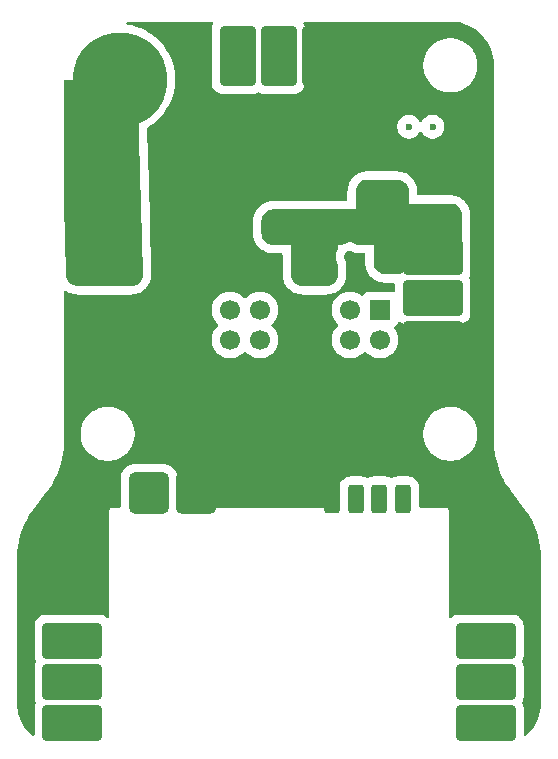
<source format=gbr>
%TF.GenerationSoftware,KiCad,Pcbnew,9.0.6*%
%TF.CreationDate,2025-11-04T19:27:02-06:00*%
%TF.ProjectId,PD_Board_v3,50445f42-6f61-4726-945f-76332e6b6963,rev?*%
%TF.SameCoordinates,Original*%
%TF.FileFunction,Copper,L4,Bot*%
%TF.FilePolarity,Positive*%
%FSLAX46Y46*%
G04 Gerber Fmt 4.6, Leading zero omitted, Abs format (unit mm)*
G04 Created by KiCad (PCBNEW 9.0.6) date 2025-11-04 19:27:02*
%MOMM*%
%LPD*%
G01*
G04 APERTURE LIST*
G04 Aperture macros list*
%AMRoundRect*
0 Rectangle with rounded corners*
0 $1 Rounding radius*
0 $2 $3 $4 $5 $6 $7 $8 $9 X,Y pos of 4 corners*
0 Add a 4 corners polygon primitive as box body*
4,1,4,$2,$3,$4,$5,$6,$7,$8,$9,$2,$3,0*
0 Add four circle primitives for the rounded corners*
1,1,$1+$1,$2,$3*
1,1,$1+$1,$4,$5*
1,1,$1+$1,$6,$7*
1,1,$1+$1,$8,$9*
0 Add four rect primitives between the rounded corners*
20,1,$1+$1,$2,$3,$4,$5,0*
20,1,$1+$1,$4,$5,$6,$7,0*
20,1,$1+$1,$6,$7,$8,$9,0*
20,1,$1+$1,$8,$9,$2,$3,0*%
G04 Aperture macros list end*
%TA.AperFunction,ComponentPad*%
%ADD10RoundRect,0.511413X-1.193298X-1.239257X1.193298X-1.239257X1.193298X1.239257X-1.193298X1.239257X0*%
%TD*%
%TA.AperFunction,ComponentPad*%
%ADD11RoundRect,0.519917X-1.213138X-1.247688X1.213138X-1.247688X1.213138X1.247688X-1.213138X1.247688X0*%
%TD*%
%TA.AperFunction,ComponentPad*%
%ADD12RoundRect,0.197827X-0.461597X-0.989841X0.461597X-0.989841X0.461597X0.989841X-0.461597X0.989841X0*%
%TD*%
%TA.AperFunction,ComponentPad*%
%ADD13RoundRect,0.250000X-2.250000X-1.250000X2.250000X-1.250000X2.250000X1.250000X-2.250000X1.250000X0*%
%TD*%
%TA.AperFunction,ComponentPad*%
%ADD14R,1.700000X1.700000*%
%TD*%
%TA.AperFunction,ComponentPad*%
%ADD15C,1.700000*%
%TD*%
%TA.AperFunction,ComponentPad*%
%ADD16RoundRect,0.750000X-1.750000X-0.750000X1.750000X-0.750000X1.750000X0.750000X-1.750000X0.750000X0*%
%TD*%
%TA.AperFunction,ComponentPad*%
%ADD17RoundRect,0.250000X1.250000X-2.250000X1.250000X2.250000X-1.250000X2.250000X-1.250000X-2.250000X0*%
%TD*%
%TA.AperFunction,SMDPad,CuDef*%
%ADD18C,8.000000*%
%TD*%
%TA.AperFunction,ViaPad*%
%ADD19C,0.600000*%
%TD*%
%TA.AperFunction,ViaPad*%
%ADD20C,1.000000*%
%TD*%
G04 APERTURE END LIST*
D10*
%TO.P,E1,1,BATT+*%
%TO.N,+BATT_SW*%
X132500000Y-88000000D03*
D11*
%TO.P,E1,2,BATT-*%
%TO.N,GND*%
X136500000Y-88000000D03*
D12*
%TO.P,E1,3,GND*%
X148000000Y-88500000D03*
%TO.P,E1,4,5v*%
%TO.N,+5V*%
X150000000Y-88500000D03*
%TO.P,E1,5,S0*%
%TO.N,/S3*%
X152000000Y-88500000D03*
%TO.P,E1,6,S1*%
%TO.N,/S4*%
X154000000Y-88500000D03*
D13*
%TO.P,E1,7,D0_0*%
%TO.N,unconnected-(E1-D0_0-Pad7)*%
X126000000Y-100500000D03*
%TO.P,E1,8,D0_1*%
%TO.N,unconnected-(E1-D0_1-Pad8)*%
X126000000Y-104000000D03*
%TO.P,E1,9,D0_2*%
%TO.N,unconnected-(E1-D0_2-Pad9)*%
X126000000Y-107500000D03*
%TO.P,E1,10,D1_0*%
%TO.N,unconnected-(E1-D1_0-Pad10)*%
X161000000Y-100500000D03*
%TO.P,E1,11,D1_1*%
%TO.N,unconnected-(E1-D1_1-Pad11)*%
X161000000Y-104000000D03*
%TO.P,E1,12,D1_2*%
%TO.N,unconnected-(E1-D1_2-Pad12)*%
X161000000Y-107500000D03*
%TD*%
%TO.P,J7,1,Pin_1*%
%TO.N,+6V*%
X156500000Y-68000000D03*
%TO.P,J7,2,Pin_2*%
%TO.N,/S1*%
X156500000Y-71500000D03*
%TO.P,J7,3,Pin_3*%
%TO.N,GND*%
X156500000Y-75000000D03*
%TD*%
D14*
%TO.P,J5,1,Pin_1*%
%TO.N,/S1*%
X152040000Y-72500000D03*
D15*
%TO.P,J5,2,Pin_2*%
%TO.N,+5V*%
X149500000Y-72500000D03*
%TO.P,J5,3,Pin_3*%
%TO.N,GND*%
X146960000Y-72500000D03*
%TO.P,J5,4,Pin_4*%
X144420000Y-72500000D03*
%TO.P,J5,5,Pin_5*%
%TO.N,+5V*%
X141880000Y-72500000D03*
%TO.P,J5,6,Pin_6*%
%TO.N,/S2*%
X139340000Y-72500000D03*
%TO.P,J5,7,Pin_7*%
%TO.N,/S3*%
X152040000Y-75040000D03*
%TO.P,J5,8,Pin_8*%
%TO.N,+5V*%
X149500000Y-75040000D03*
%TO.P,J5,9,Pin_9*%
%TO.N,GND*%
X146960000Y-75040000D03*
%TO.P,J5,10,Pin_10*%
X144420000Y-75040000D03*
%TO.P,J5,11,Pin_11*%
%TO.N,+5V*%
X141880000Y-75040000D03*
%TO.P,J5,12,Pin_12*%
%TO.N,/S4*%
X139340000Y-75040000D03*
%TD*%
D16*
%TO.P,J2,1,Pin_1*%
%TO.N,+BATT*%
X129000000Y-68000000D03*
%TO.P,J2,2,Pin_2*%
%TO.N,GND*%
X129000000Y-73000000D03*
%TD*%
D17*
%TO.P,J1,1,Pin_1*%
%TO.N,+BATT_SW*%
X140000000Y-51000000D03*
%TO.P,J1,2,Pin_2*%
%TO.N,/S2*%
X143500000Y-51000000D03*
%TO.P,J1,3,Pin_3*%
%TO.N,GND*%
X147000000Y-51000000D03*
%TD*%
D18*
%TO.P,J3,1,Pin_1*%
%TO.N,+BATT*%
X130000000Y-53000000D03*
%TD*%
D19*
%TO.N,+6V*%
X152500000Y-69000000D03*
X154500000Y-64500000D03*
X150500000Y-64500000D03*
X152500000Y-67500000D03*
X154500000Y-66000000D03*
X158500000Y-64500000D03*
X152500000Y-64500000D03*
X156500000Y-66000000D03*
X158500000Y-66000000D03*
X156500000Y-64500000D03*
X148500000Y-66000000D03*
X152500000Y-66000000D03*
X148500000Y-64500000D03*
X150500000Y-66000000D03*
%TO.N,GND*%
X153175000Y-49595000D03*
D20*
X140500000Y-69000000D03*
D19*
X159500000Y-62500000D03*
X150500000Y-59000000D03*
D20*
X149500000Y-68000000D03*
D19*
X153500000Y-59000000D03*
%TO.N,+BATT*%
X127500000Y-59500000D03*
X130500000Y-65500000D03*
X130500000Y-62500000D03*
X130500000Y-59500000D03*
X127500000Y-65500000D03*
X127500000Y-57000000D03*
X127500000Y-62500000D03*
%TO.N,Net-(U1-EN)*%
X156500000Y-57000000D03*
X154500000Y-57000000D03*
%TD*%
%TA.AperFunction,Conductor*%
%TO.N,+BATT*%
G36*
X127642549Y-53019685D02*
G01*
X127688304Y-53072489D01*
X127699510Y-53124000D01*
X127699510Y-53134813D01*
X127729696Y-53402718D01*
X127729698Y-53402734D01*
X127789692Y-53665587D01*
X127789696Y-53665599D01*
X127878739Y-53920068D01*
X127878745Y-53920082D01*
X127995723Y-54162989D01*
X127995725Y-54162992D01*
X128139170Y-54391283D01*
X128307273Y-54602078D01*
X128497922Y-54792727D01*
X128708717Y-54960830D01*
X128937008Y-55104275D01*
X129179925Y-55221258D01*
X129179931Y-55221260D01*
X129434400Y-55310303D01*
X129434412Y-55310307D01*
X129697269Y-55370302D01*
X129965186Y-55400489D01*
X129965187Y-55400490D01*
X129965191Y-55400490D01*
X130234813Y-55400490D01*
X130234813Y-55400489D01*
X130502731Y-55370302D01*
X130765588Y-55310307D01*
X131020075Y-55221258D01*
X131262992Y-55104275D01*
X131371156Y-55036310D01*
X131438392Y-55017310D01*
X131505227Y-55037677D01*
X131550442Y-55090945D01*
X131561077Y-55137763D01*
X131970435Y-69465236D01*
X131970170Y-69477622D01*
X131957262Y-69658112D01*
X131953042Y-69682499D01*
X131906219Y-69850822D01*
X131897240Y-69873885D01*
X131817919Y-70029560D01*
X131804539Y-70050379D01*
X131695888Y-70187196D01*
X131678640Y-70204944D01*
X131544974Y-70317465D01*
X131524552Y-70331429D01*
X131455322Y-70369231D01*
X131371205Y-70415163D01*
X131348409Y-70424796D01*
X131181493Y-70476407D01*
X131157238Y-70481322D01*
X130977192Y-70499381D01*
X130964817Y-70500000D01*
X126477813Y-70500000D01*
X126465880Y-70499424D01*
X126416472Y-70494646D01*
X126292186Y-70482630D01*
X126268761Y-70478058D01*
X126107253Y-70430008D01*
X126085137Y-70421032D01*
X125935826Y-70342929D01*
X125915840Y-70329882D01*
X125784262Y-70224622D01*
X125767146Y-70207988D01*
X125658172Y-70079470D01*
X125644560Y-70059865D01*
X125562224Y-69912845D01*
X125552620Y-69890994D01*
X125546993Y-69873885D01*
X125499977Y-69730925D01*
X125494739Y-69707647D01*
X125472990Y-69534491D01*
X125472074Y-69522579D01*
X125300543Y-63518994D01*
X125300492Y-63515453D01*
X125300492Y-53124000D01*
X125320177Y-53056961D01*
X125372981Y-53011206D01*
X125424492Y-53000000D01*
X127575510Y-53000000D01*
X127642549Y-53019685D01*
G37*
%TD.AperFunction*%
%TD*%
%TA.AperFunction,Conductor*%
%TO.N,+6V*%
G36*
X152695833Y-61484965D02*
G01*
X153502290Y-61491685D01*
X153514353Y-61492376D01*
X153690164Y-61511080D01*
X153713828Y-61515967D01*
X153875723Y-61566277D01*
X153876846Y-61566626D01*
X153899126Y-61576018D01*
X154049212Y-61657349D01*
X154069247Y-61670888D01*
X154200694Y-61779799D01*
X154217720Y-61796967D01*
X154325529Y-61929313D01*
X154338900Y-61949460D01*
X154418975Y-62100212D01*
X154428182Y-62122571D01*
X154477480Y-62286006D01*
X154482172Y-62309725D01*
X154499409Y-62485668D01*
X154500000Y-62497758D01*
X154500000Y-63500000D01*
X157993907Y-63500000D01*
X158006061Y-63500597D01*
X158182941Y-63518018D01*
X158206769Y-63522757D01*
X158371001Y-63572576D01*
X158393453Y-63581877D01*
X158544798Y-63662772D01*
X158565010Y-63676277D01*
X158697666Y-63785145D01*
X158714854Y-63802333D01*
X158823722Y-63934989D01*
X158837227Y-63955201D01*
X158918121Y-64106543D01*
X158927424Y-64129001D01*
X158977240Y-64293224D01*
X158981982Y-64317065D01*
X158999403Y-64493938D01*
X159000000Y-64506092D01*
X159000000Y-68493907D01*
X158999403Y-68506061D01*
X158981982Y-68682934D01*
X158977240Y-68706775D01*
X158927424Y-68870998D01*
X158918121Y-68893456D01*
X158837227Y-69044798D01*
X158823722Y-69065010D01*
X158714854Y-69197666D01*
X158697667Y-69214854D01*
X158628821Y-69271353D01*
X158564514Y-69298666D01*
X158550158Y-69299500D01*
X154194862Y-69299500D01*
X154182599Y-69300590D01*
X154081451Y-69309582D01*
X153895596Y-69362762D01*
X153724243Y-69452269D01*
X153699921Y-69472102D01*
X153635525Y-69499211D01*
X153621561Y-69500000D01*
X152506093Y-69500000D01*
X152493939Y-69499403D01*
X152317065Y-69481982D01*
X152293224Y-69477240D01*
X152129001Y-69427424D01*
X152106543Y-69418121D01*
X151955201Y-69337227D01*
X151934989Y-69323722D01*
X151802333Y-69214854D01*
X151785145Y-69197666D01*
X151676277Y-69065010D01*
X151662772Y-69044798D01*
X151581878Y-68893456D01*
X151572575Y-68870998D01*
X151522757Y-68706769D01*
X151518018Y-68682941D01*
X151500597Y-68506061D01*
X151500000Y-68493907D01*
X151500000Y-67000000D01*
X150500000Y-67000000D01*
X150206321Y-67000000D01*
X150139282Y-66980315D01*
X150133433Y-66976316D01*
X150129201Y-66973241D01*
X149960836Y-66887454D01*
X149781118Y-66829059D01*
X149594486Y-66799500D01*
X149594481Y-66799500D01*
X149405519Y-66799500D01*
X149405514Y-66799500D01*
X149218881Y-66829059D01*
X149039163Y-66887454D01*
X148870798Y-66973241D01*
X148866567Y-66976316D01*
X148800761Y-66999798D01*
X148793679Y-67000000D01*
X148500000Y-67000000D01*
X148500000Y-67293678D01*
X148480315Y-67360717D01*
X148476320Y-67366560D01*
X148473242Y-67370795D01*
X148387454Y-67539163D01*
X148329059Y-67718881D01*
X148299500Y-67905513D01*
X148299500Y-68094486D01*
X148329059Y-68281118D01*
X148387454Y-68460836D01*
X148410498Y-68506061D01*
X148473240Y-68629199D01*
X148476315Y-68633431D01*
X148499797Y-68699233D01*
X148500000Y-68706320D01*
X148500000Y-69493907D01*
X148499403Y-69506061D01*
X148481982Y-69682934D01*
X148477240Y-69706775D01*
X148427424Y-69870998D01*
X148418121Y-69893456D01*
X148337227Y-70044798D01*
X148323722Y-70065010D01*
X148214854Y-70197666D01*
X148197666Y-70214854D01*
X148065010Y-70323722D01*
X148044798Y-70337227D01*
X147893456Y-70418121D01*
X147870998Y-70427424D01*
X147706775Y-70477240D01*
X147682934Y-70481982D01*
X147506061Y-70499403D01*
X147493907Y-70500000D01*
X145506093Y-70500000D01*
X145493939Y-70499403D01*
X145317065Y-70481982D01*
X145293224Y-70477240D01*
X145129001Y-70427424D01*
X145106543Y-70418121D01*
X144955201Y-70337227D01*
X144934989Y-70323722D01*
X144802333Y-70214854D01*
X144785145Y-70197666D01*
X144676277Y-70065010D01*
X144662772Y-70044798D01*
X144581878Y-69893456D01*
X144572575Y-69870998D01*
X144522757Y-69706769D01*
X144518018Y-69682941D01*
X144500597Y-69506061D01*
X144500000Y-69493907D01*
X144500000Y-67000000D01*
X143500000Y-67000000D01*
X143006093Y-67000000D01*
X142993939Y-66999403D01*
X142817065Y-66981982D01*
X142793224Y-66977240D01*
X142629001Y-66927424D01*
X142606543Y-66918121D01*
X142455201Y-66837227D01*
X142434989Y-66823722D01*
X142302333Y-66714854D01*
X142285145Y-66697666D01*
X142176277Y-66565010D01*
X142162772Y-66544798D01*
X142081878Y-66393456D01*
X142072575Y-66370998D01*
X142022757Y-66206769D01*
X142018018Y-66182941D01*
X142000597Y-66006061D01*
X142000000Y-65993907D01*
X142000000Y-65006092D01*
X142000597Y-64993938D01*
X142018018Y-64817056D01*
X142022757Y-64793232D01*
X142072577Y-64628994D01*
X142081875Y-64606549D01*
X142162775Y-64455195D01*
X142176272Y-64434995D01*
X142285149Y-64302328D01*
X142302328Y-64285149D01*
X142434995Y-64176272D01*
X142455195Y-64162775D01*
X142606549Y-64081875D01*
X142628994Y-64072577D01*
X142793232Y-64022757D01*
X142817056Y-64018018D01*
X142993939Y-64000597D01*
X143006093Y-64000000D01*
X150000000Y-64000000D01*
X150000000Y-62476996D01*
X150000603Y-62464778D01*
X150018208Y-62286967D01*
X150023000Y-62263013D01*
X150073338Y-62097999D01*
X150082731Y-62075456D01*
X150164458Y-61923509D01*
X150178091Y-61903243D01*
X150288026Y-61770278D01*
X150305368Y-61753080D01*
X150439248Y-61644253D01*
X150459620Y-61630794D01*
X150612240Y-61550338D01*
X150634868Y-61541132D01*
X150799595Y-61492377D01*
X150800295Y-61492169D01*
X150824287Y-61487578D01*
X151002251Y-61471454D01*
X151014431Y-61470953D01*
X152695833Y-61484965D01*
G37*
%TD.AperFunction*%
%TD*%
%TA.AperFunction,Conductor*%
%TO.N,GND*%
G36*
X137880619Y-48117614D02*
G01*
X137926374Y-48170418D01*
X137936318Y-48239576D01*
X137923489Y-48279340D01*
X137862762Y-48395594D01*
X137809582Y-48581451D01*
X137799500Y-48694863D01*
X137799500Y-53305136D01*
X137809582Y-53418548D01*
X137862762Y-53604405D01*
X137915814Y-53705967D01*
X137952266Y-53775751D01*
X137999518Y-53833700D01*
X138074428Y-53925571D01*
X138130139Y-53970997D01*
X138224249Y-54047734D01*
X138395594Y-54137237D01*
X138581448Y-54190417D01*
X138694862Y-54200500D01*
X138694870Y-54200500D01*
X141305130Y-54200500D01*
X141305138Y-54200500D01*
X141418552Y-54190417D01*
X141604406Y-54137237D01*
X141692589Y-54091173D01*
X141761124Y-54077583D01*
X141807410Y-54091173D01*
X141895594Y-54137237D01*
X142081448Y-54190417D01*
X142194862Y-54200500D01*
X142194870Y-54200500D01*
X144805130Y-54200500D01*
X144805138Y-54200500D01*
X144918552Y-54190417D01*
X145104406Y-54137237D01*
X145275751Y-54047734D01*
X145425571Y-53925571D01*
X145547734Y-53775751D01*
X145637237Y-53604406D01*
X145690417Y-53418552D01*
X145700500Y-53305138D01*
X145700500Y-51647279D01*
X155709501Y-51647279D01*
X155709501Y-51947520D01*
X155709502Y-51947537D01*
X155748690Y-52245202D01*
X155748691Y-52245207D01*
X155748692Y-52245213D01*
X155803315Y-52449071D01*
X155826402Y-52535234D01*
X155941303Y-52812629D01*
X155941307Y-52812639D01*
X156091432Y-53072663D01*
X156274214Y-53310870D01*
X156274220Y-53310877D01*
X156486522Y-53523179D01*
X156486529Y-53523185D01*
X156724736Y-53705967D01*
X156984760Y-53856092D01*
X156984761Y-53856092D01*
X156984764Y-53856094D01*
X157262163Y-53970997D01*
X157552187Y-54048708D01*
X157849873Y-54087899D01*
X157849880Y-54087899D01*
X158150120Y-54087899D01*
X158150127Y-54087899D01*
X158447813Y-54048708D01*
X158737837Y-53970997D01*
X159015236Y-53856094D01*
X159275264Y-53705967D01*
X159513472Y-53523184D01*
X159725784Y-53310872D01*
X159908567Y-53072664D01*
X160058694Y-52812636D01*
X160173597Y-52535237D01*
X160251308Y-52245213D01*
X160290499Y-51947527D01*
X160290499Y-51647273D01*
X160251308Y-51349587D01*
X160173597Y-51059563D01*
X160058694Y-50782164D01*
X160028254Y-50729441D01*
X159908567Y-50522136D01*
X159725785Y-50283929D01*
X159725779Y-50283922D01*
X159513477Y-50071620D01*
X159513470Y-50071614D01*
X159275263Y-49888832D01*
X159015239Y-49738707D01*
X159015229Y-49738703D01*
X158927953Y-49702552D01*
X158737837Y-49623803D01*
X158737835Y-49623802D01*
X158737834Y-49623802D01*
X158651671Y-49600715D01*
X158447813Y-49546092D01*
X158447807Y-49546091D01*
X158447802Y-49546090D01*
X158150137Y-49506902D01*
X158150132Y-49506901D01*
X158150127Y-49506901D01*
X157849873Y-49506901D01*
X157849867Y-49506901D01*
X157849862Y-49506902D01*
X157552197Y-49546090D01*
X157552190Y-49546091D01*
X157552187Y-49546092D01*
X157466021Y-49569179D01*
X157262165Y-49623802D01*
X156984770Y-49738703D01*
X156984760Y-49738707D01*
X156724736Y-49888832D01*
X156486529Y-50071614D01*
X156486522Y-50071620D01*
X156274220Y-50283922D01*
X156274214Y-50283929D01*
X156091432Y-50522136D01*
X155941307Y-50782160D01*
X155941303Y-50782170D01*
X155826402Y-51059565D01*
X155748693Y-51349584D01*
X155748690Y-51349597D01*
X155709502Y-51647262D01*
X155709501Y-51647279D01*
X145700500Y-51647279D01*
X145700500Y-48694862D01*
X145690417Y-48581448D01*
X145637237Y-48395594D01*
X145576510Y-48279339D01*
X145562920Y-48210805D01*
X145588539Y-48145802D01*
X145645235Y-48104968D01*
X145686420Y-48097929D01*
X157952409Y-48097929D01*
X157996951Y-48097929D01*
X158003034Y-48098077D01*
X158356534Y-48115444D01*
X158368642Y-48116636D01*
X158715720Y-48168122D01*
X158727635Y-48170492D01*
X159068008Y-48255751D01*
X159079643Y-48259281D01*
X159410009Y-48377489D01*
X159421237Y-48382141D01*
X159738427Y-48532162D01*
X159749156Y-48537896D01*
X160050112Y-48718284D01*
X160060218Y-48725037D01*
X160098275Y-48753262D01*
X160342038Y-48934051D01*
X160351439Y-48941765D01*
X160611439Y-49177418D01*
X160620004Y-49185983D01*
X160855665Y-49445998D01*
X160863373Y-49455391D01*
X161072379Y-49737207D01*
X161079140Y-49747325D01*
X161259524Y-50048282D01*
X161265260Y-50059014D01*
X161415271Y-50376191D01*
X161419928Y-50387434D01*
X161538130Y-50717797D01*
X161541662Y-50729441D01*
X161626912Y-51069789D01*
X161629286Y-51081724D01*
X161680766Y-51428794D01*
X161681959Y-51440905D01*
X161692096Y-51647279D01*
X161697520Y-51757722D01*
X161699363Y-51795232D01*
X161699512Y-51801315D01*
X161699512Y-83452407D01*
X161699512Y-83452408D01*
X161699512Y-83500001D01*
X161699511Y-83500001D01*
X161699512Y-83508392D01*
X161699512Y-83546549D01*
X161699515Y-83546616D01*
X161699538Y-83734963D01*
X161699539Y-83734977D01*
X161729759Y-84203956D01*
X161729759Y-84203961D01*
X161790073Y-84669997D01*
X161790073Y-84670001D01*
X161880237Y-85131235D01*
X161999869Y-85585697D01*
X162148478Y-86031522D01*
X162148480Y-86031526D01*
X162325452Y-86466878D01*
X162325456Y-86466886D01*
X162325462Y-86466900D01*
X162530050Y-86889943D01*
X162530061Y-86889963D01*
X162663895Y-87126551D01*
X162761439Y-87298987D01*
X163018648Y-87692300D01*
X163130195Y-87841066D01*
X163131151Y-87842340D01*
X163131199Y-87842414D01*
X164327704Y-89437754D01*
X164327705Y-89437756D01*
X164327706Y-89437757D01*
X164358272Y-89478511D01*
X164360869Y-89482105D01*
X164630549Y-89869813D01*
X164635347Y-89877266D01*
X164875496Y-90281323D01*
X164879750Y-90289100D01*
X165090427Y-90709294D01*
X165094114Y-90717355D01*
X165274231Y-91151518D01*
X165277333Y-91159822D01*
X165425976Y-91605753D01*
X165428476Y-91614257D01*
X165544879Y-92069648D01*
X165546766Y-92078309D01*
X165630339Y-92540869D01*
X165631602Y-92549642D01*
X165681918Y-93016973D01*
X165682552Y-93025815D01*
X165698096Y-93460442D01*
X165699433Y-93497808D01*
X165699512Y-93502240D01*
X165699512Y-105746949D01*
X165699363Y-105753034D01*
X165681996Y-106106533D01*
X165680803Y-106118643D01*
X165629320Y-106465713D01*
X165626946Y-106477647D01*
X165541690Y-106818009D01*
X165538157Y-106829654D01*
X165419958Y-107159997D01*
X165415302Y-107171240D01*
X165265280Y-107488436D01*
X165259543Y-107499168D01*
X165079166Y-107800109D01*
X165072406Y-107810227D01*
X164863387Y-108092056D01*
X164855667Y-108101462D01*
X164620041Y-108361436D01*
X164611436Y-108370041D01*
X164407773Y-108554630D01*
X164344881Y-108585066D01*
X164275518Y-108576667D01*
X164221706Y-108532102D01*
X164200531Y-108465518D01*
X164200500Y-108462752D01*
X164200500Y-106194869D01*
X164200500Y-106194862D01*
X164190417Y-106081448D01*
X164137237Y-105895594D01*
X164091173Y-105807410D01*
X164077583Y-105738876D01*
X164091174Y-105692589D01*
X164099512Y-105676626D01*
X164137237Y-105604406D01*
X164190417Y-105418552D01*
X164200500Y-105305138D01*
X164200500Y-102694862D01*
X164190417Y-102581448D01*
X164137237Y-102395594D01*
X164091173Y-102307410D01*
X164077583Y-102238876D01*
X164091174Y-102192589D01*
X164099512Y-102176626D01*
X164137237Y-102104406D01*
X164190417Y-101918552D01*
X164200500Y-101805138D01*
X164200500Y-99194862D01*
X164190417Y-99081448D01*
X164137237Y-98895594D01*
X164047734Y-98724249D01*
X163986652Y-98649339D01*
X163925571Y-98574428D01*
X163833700Y-98499518D01*
X163775751Y-98452266D01*
X163761082Y-98444604D01*
X163604405Y-98362762D01*
X163449845Y-98318537D01*
X163418552Y-98309583D01*
X163418551Y-98309582D01*
X163418548Y-98309582D01*
X163329662Y-98301680D01*
X163305138Y-98299500D01*
X158694862Y-98299500D01*
X158682599Y-98300590D01*
X158581451Y-98309582D01*
X158395594Y-98362762D01*
X158224250Y-98452265D01*
X158102853Y-98551251D01*
X158038456Y-98578360D01*
X157969627Y-98566351D01*
X157918216Y-98519035D01*
X157900492Y-98455149D01*
X157900492Y-89510443D01*
X157900492Y-89510441D01*
X157880014Y-89434016D01*
X157840454Y-89365496D01*
X157784507Y-89309549D01*
X157715987Y-89269989D01*
X157639562Y-89249511D01*
X157639561Y-89249511D01*
X155483924Y-89249511D01*
X155416885Y-89229826D01*
X155371130Y-89177022D01*
X155359924Y-89125511D01*
X155359924Y-87447296D01*
X155359924Y-87447290D01*
X155353751Y-87368856D01*
X155304877Y-87186454D01*
X155219147Y-87018200D01*
X155100309Y-86871447D01*
X154953556Y-86752609D01*
X154785302Y-86666879D01*
X154785301Y-86666878D01*
X154785300Y-86666878D01*
X154602898Y-86618004D01*
X154524471Y-86611832D01*
X154524466Y-86611832D01*
X153475534Y-86611832D01*
X153475528Y-86611832D01*
X153397101Y-86618004D01*
X153214699Y-86666878D01*
X153056295Y-86747589D01*
X152987625Y-86760485D01*
X152943705Y-86747589D01*
X152785300Y-86666878D01*
X152602898Y-86618004D01*
X152524471Y-86611832D01*
X152524466Y-86611832D01*
X151475534Y-86611832D01*
X151475528Y-86611832D01*
X151397101Y-86618004D01*
X151214699Y-86666878D01*
X151056295Y-86747589D01*
X150987625Y-86760485D01*
X150943705Y-86747589D01*
X150785300Y-86666878D01*
X150602898Y-86618004D01*
X150524471Y-86611832D01*
X150524466Y-86611832D01*
X149475534Y-86611832D01*
X149475528Y-86611832D01*
X149397101Y-86618004D01*
X149214699Y-86666878D01*
X149046445Y-86752608D01*
X149046438Y-86752613D01*
X148899691Y-86871447D01*
X148780857Y-87018194D01*
X148780852Y-87018201D01*
X148695122Y-87186455D01*
X148646248Y-87368857D01*
X148640076Y-87447284D01*
X148640076Y-89125511D01*
X148620391Y-89192550D01*
X148567587Y-89238305D01*
X148516076Y-89249511D01*
X135029211Y-89249511D01*
X134962172Y-89229826D01*
X134916417Y-89177022D01*
X134905211Y-89125511D01*
X134905211Y-86698503D01*
X134905211Y-86698496D01*
X134895129Y-86570392D01*
X134841827Y-86358855D01*
X134751609Y-86160236D01*
X134751608Y-86160234D01*
X134751604Y-86160228D01*
X134627383Y-85980926D01*
X134627380Y-85980922D01*
X134627377Y-85980918D01*
X134473123Y-85826664D01*
X134473119Y-85826661D01*
X134473114Y-85826657D01*
X134293812Y-85702436D01*
X134293806Y-85702432D01*
X134194495Y-85657323D01*
X134095186Y-85612214D01*
X133883649Y-85558912D01*
X133862298Y-85557231D01*
X133755550Y-85548830D01*
X133755545Y-85548830D01*
X131244455Y-85548830D01*
X131244449Y-85548830D01*
X131116351Y-85558912D01*
X130904814Y-85612214D01*
X130706193Y-85702432D01*
X130706187Y-85702436D01*
X130526885Y-85826657D01*
X130526873Y-85826667D01*
X130372626Y-85980914D01*
X130372616Y-85980926D01*
X130248395Y-86160228D01*
X130248391Y-86160234D01*
X130158173Y-86358855D01*
X130104871Y-86570392D01*
X130094789Y-86698490D01*
X130094789Y-89125511D01*
X130075104Y-89192550D01*
X130022300Y-89238305D01*
X129970789Y-89249511D01*
X129439562Y-89249511D01*
X129360442Y-89249511D01*
X129284017Y-89269989D01*
X129218695Y-89307703D01*
X129215494Y-89309551D01*
X129159552Y-89365493D01*
X129119990Y-89434016D01*
X129099512Y-89510441D01*
X129099512Y-98455153D01*
X129079827Y-98522192D01*
X129027023Y-98567947D01*
X128957865Y-98577891D01*
X128897151Y-98551255D01*
X128851868Y-98514332D01*
X128775751Y-98452266D01*
X128761082Y-98444604D01*
X128604405Y-98362762D01*
X128449845Y-98318537D01*
X128418552Y-98309583D01*
X128418551Y-98309582D01*
X128418548Y-98309582D01*
X128329662Y-98301680D01*
X128305138Y-98299500D01*
X123694862Y-98299500D01*
X123682599Y-98300590D01*
X123581451Y-98309582D01*
X123395594Y-98362762D01*
X123224250Y-98452265D01*
X123074428Y-98574428D01*
X122952265Y-98724250D01*
X122862762Y-98895594D01*
X122809582Y-99081451D01*
X122799500Y-99194863D01*
X122799500Y-101805136D01*
X122809582Y-101918548D01*
X122862763Y-102104406D01*
X122908825Y-102192590D01*
X122922416Y-102261125D01*
X122908825Y-102307410D01*
X122862763Y-102395593D01*
X122809582Y-102581451D01*
X122799500Y-102694863D01*
X122799500Y-105305136D01*
X122809582Y-105418548D01*
X122862763Y-105604406D01*
X122908825Y-105692590D01*
X122922416Y-105761125D01*
X122908825Y-105807410D01*
X122862763Y-105895593D01*
X122809582Y-106081451D01*
X122799500Y-106194863D01*
X122799500Y-108462751D01*
X122779815Y-108529790D01*
X122727011Y-108575545D01*
X122657853Y-108585489D01*
X122594297Y-108556464D01*
X122592227Y-108554629D01*
X122479583Y-108452535D01*
X122388558Y-108370035D01*
X122379967Y-108361444D01*
X122144333Y-108101462D01*
X122136614Y-108092057D01*
X121927595Y-107810228D01*
X121920835Y-107800110D01*
X121740450Y-107499157D01*
X121734726Y-107488449D01*
X121584695Y-107171234D01*
X121580042Y-107159998D01*
X121580042Y-107159997D01*
X121461840Y-106829645D01*
X121458310Y-106818010D01*
X121437680Y-106735652D01*
X121373054Y-106477648D01*
X121370680Y-106465714D01*
X121319197Y-106118644D01*
X121318004Y-106106533D01*
X121310256Y-105948826D01*
X121300641Y-105753095D01*
X121300492Y-105747011D01*
X121300492Y-93502224D01*
X121300571Y-93497792D01*
X121301908Y-93460420D01*
X121317451Y-93025792D01*
X121318082Y-93016998D01*
X121368400Y-92549640D01*
X121369663Y-92540870D01*
X121369663Y-92540869D01*
X121453242Y-92078280D01*
X121455116Y-92069677D01*
X121571530Y-91614241D01*
X121574021Y-91605769D01*
X121722676Y-91159804D01*
X121725772Y-91151518D01*
X121905897Y-90717333D01*
X121909564Y-90709316D01*
X122120259Y-90289088D01*
X122124499Y-90281335D01*
X122364671Y-89877241D01*
X122369439Y-89869835D01*
X122639162Y-89482066D01*
X122641690Y-89478567D01*
X122668951Y-89442220D01*
X122668951Y-89442218D01*
X123864129Y-87848648D01*
X123864129Y-87848645D01*
X123869762Y-87841136D01*
X123869798Y-87841077D01*
X123981355Y-87692300D01*
X124238564Y-87298988D01*
X124469949Y-86889950D01*
X124674551Y-86466878D01*
X124851523Y-86031526D01*
X125000134Y-85585694D01*
X125119767Y-85131229D01*
X125209929Y-84670011D01*
X125261015Y-84275263D01*
X125270243Y-84203960D01*
X125270243Y-84203955D01*
X125270244Y-84203949D01*
X125300465Y-83734974D01*
X125300485Y-83548982D01*
X125300492Y-83548914D01*
X125300492Y-82849879D01*
X126709501Y-82849879D01*
X126709501Y-83150120D01*
X126709502Y-83150137D01*
X126748690Y-83447802D01*
X126748691Y-83447807D01*
X126748692Y-83447813D01*
X126773276Y-83539561D01*
X126826402Y-83737834D01*
X126941303Y-84015229D01*
X126941307Y-84015239D01*
X127091432Y-84275263D01*
X127274214Y-84513470D01*
X127274220Y-84513477D01*
X127486522Y-84725779D01*
X127486529Y-84725785D01*
X127724736Y-84908567D01*
X127984760Y-85058692D01*
X127984761Y-85058692D01*
X127984764Y-85058694D01*
X128262163Y-85173597D01*
X128552187Y-85251308D01*
X128849873Y-85290499D01*
X128849880Y-85290499D01*
X129150120Y-85290499D01*
X129150127Y-85290499D01*
X129447813Y-85251308D01*
X129737837Y-85173597D01*
X130015236Y-85058694D01*
X130275264Y-84908567D01*
X130513472Y-84725784D01*
X130725784Y-84513472D01*
X130908567Y-84275264D01*
X131058694Y-84015236D01*
X131173597Y-83737837D01*
X131251308Y-83447813D01*
X131290499Y-83150127D01*
X131290499Y-82849879D01*
X155709501Y-82849879D01*
X155709501Y-83150120D01*
X155709502Y-83150137D01*
X155748690Y-83447802D01*
X155748691Y-83447807D01*
X155748692Y-83447813D01*
X155773276Y-83539561D01*
X155826402Y-83737834D01*
X155941303Y-84015229D01*
X155941307Y-84015239D01*
X156091432Y-84275263D01*
X156274214Y-84513470D01*
X156274220Y-84513477D01*
X156486522Y-84725779D01*
X156486529Y-84725785D01*
X156724736Y-84908567D01*
X156984760Y-85058692D01*
X156984761Y-85058692D01*
X156984764Y-85058694D01*
X157262163Y-85173597D01*
X157552187Y-85251308D01*
X157849873Y-85290499D01*
X157849880Y-85290499D01*
X158150120Y-85290499D01*
X158150127Y-85290499D01*
X158447813Y-85251308D01*
X158737837Y-85173597D01*
X159015236Y-85058694D01*
X159275264Y-84908567D01*
X159513472Y-84725784D01*
X159725784Y-84513472D01*
X159908567Y-84275264D01*
X160058694Y-84015236D01*
X160173597Y-83737837D01*
X160251308Y-83447813D01*
X160290499Y-83150127D01*
X160290499Y-82849873D01*
X160251308Y-82552187D01*
X160173597Y-82262163D01*
X160058694Y-81984764D01*
X159908567Y-81724736D01*
X159725784Y-81486528D01*
X159725779Y-81486522D01*
X159513477Y-81274220D01*
X159513470Y-81274214D01*
X159275263Y-81091432D01*
X159015239Y-80941307D01*
X159015229Y-80941303D01*
X158933991Y-80907653D01*
X158737837Y-80826403D01*
X158737835Y-80826402D01*
X158737834Y-80826402D01*
X158651671Y-80803315D01*
X158447813Y-80748692D01*
X158447807Y-80748691D01*
X158447802Y-80748690D01*
X158150137Y-80709502D01*
X158150132Y-80709501D01*
X158150127Y-80709501D01*
X157849873Y-80709501D01*
X157849867Y-80709501D01*
X157849862Y-80709502D01*
X157552197Y-80748690D01*
X157552190Y-80748691D01*
X157552187Y-80748692D01*
X157466021Y-80771779D01*
X157262165Y-80826402D01*
X156984770Y-80941303D01*
X156984760Y-80941307D01*
X156724736Y-81091432D01*
X156486529Y-81274214D01*
X156486522Y-81274220D01*
X156274220Y-81486522D01*
X156274214Y-81486529D01*
X156091432Y-81724736D01*
X155941307Y-81984760D01*
X155941303Y-81984770D01*
X155826402Y-82262165D01*
X155748693Y-82552184D01*
X155748690Y-82552197D01*
X155709502Y-82849862D01*
X155709501Y-82849879D01*
X131290499Y-82849879D01*
X131290499Y-82849873D01*
X131251308Y-82552187D01*
X131173597Y-82262163D01*
X131058694Y-81984764D01*
X130908567Y-81724736D01*
X130725784Y-81486528D01*
X130725779Y-81486522D01*
X130513477Y-81274220D01*
X130513470Y-81274214D01*
X130275263Y-81091432D01*
X130015239Y-80941307D01*
X130015229Y-80941303D01*
X129933991Y-80907653D01*
X129737837Y-80826403D01*
X129737835Y-80826402D01*
X129737834Y-80826402D01*
X129651671Y-80803315D01*
X129447813Y-80748692D01*
X129447807Y-80748691D01*
X129447802Y-80748690D01*
X129150137Y-80709502D01*
X129150132Y-80709501D01*
X129150127Y-80709501D01*
X128849873Y-80709501D01*
X128849867Y-80709501D01*
X128849862Y-80709502D01*
X128552197Y-80748690D01*
X128552190Y-80748691D01*
X128552187Y-80748692D01*
X128466021Y-80771779D01*
X128262165Y-80826402D01*
X127984770Y-80941303D01*
X127984760Y-80941307D01*
X127724736Y-81091432D01*
X127486529Y-81274214D01*
X127486522Y-81274220D01*
X127274220Y-81486522D01*
X127274214Y-81486529D01*
X127091432Y-81724736D01*
X126941307Y-81984760D01*
X126941303Y-81984770D01*
X126826402Y-82262165D01*
X126748693Y-82552184D01*
X126748690Y-82552197D01*
X126709502Y-82849862D01*
X126709501Y-82849879D01*
X125300492Y-82849879D01*
X125300492Y-72377973D01*
X137789500Y-72377973D01*
X137789500Y-72622027D01*
X137827679Y-72863076D01*
X137845704Y-72918552D01*
X137903097Y-73095187D01*
X138013896Y-73312642D01*
X138157339Y-73510076D01*
X138157343Y-73510081D01*
X138329581Y-73682319D01*
X138363066Y-73743642D01*
X138358082Y-73813334D01*
X138329581Y-73857681D01*
X138157343Y-74029918D01*
X138157339Y-74029923D01*
X138013896Y-74227357D01*
X137903097Y-74444812D01*
X137827678Y-74676927D01*
X137789500Y-74917973D01*
X137789500Y-75162026D01*
X137827678Y-75403072D01*
X137903097Y-75635187D01*
X138013896Y-75852642D01*
X138157339Y-76050076D01*
X138157343Y-76050081D01*
X138329918Y-76222656D01*
X138329923Y-76222660D01*
X138502136Y-76347779D01*
X138527361Y-76366106D01*
X138744815Y-76476904D01*
X138976924Y-76552321D01*
X139217973Y-76590500D01*
X139217974Y-76590500D01*
X139462026Y-76590500D01*
X139462027Y-76590500D01*
X139703076Y-76552321D01*
X139935185Y-76476904D01*
X140152639Y-76366106D01*
X140350083Y-76222655D01*
X140522319Y-76050419D01*
X140583642Y-76016934D01*
X140653334Y-76021918D01*
X140697681Y-76050419D01*
X140869918Y-76222656D01*
X140869923Y-76222660D01*
X141042136Y-76347779D01*
X141067361Y-76366106D01*
X141284815Y-76476904D01*
X141516924Y-76552321D01*
X141757973Y-76590500D01*
X141757974Y-76590500D01*
X142002026Y-76590500D01*
X142002027Y-76590500D01*
X142243076Y-76552321D01*
X142475185Y-76476904D01*
X142692639Y-76366106D01*
X142890083Y-76222655D01*
X143062655Y-76050083D01*
X143206106Y-75852639D01*
X143316904Y-75635185D01*
X143392321Y-75403076D01*
X143430500Y-75162027D01*
X143430500Y-74917973D01*
X143392321Y-74676924D01*
X143316904Y-74444815D01*
X143206106Y-74227361D01*
X143110448Y-74095698D01*
X143062660Y-74029923D01*
X143062656Y-74029918D01*
X142890419Y-73857681D01*
X142856934Y-73796358D01*
X142861918Y-73726666D01*
X142890419Y-73682319D01*
X142956326Y-73616412D01*
X143062655Y-73510083D01*
X143206106Y-73312639D01*
X143316904Y-73095185D01*
X143392321Y-72863076D01*
X143430500Y-72622027D01*
X143430500Y-72377973D01*
X143392321Y-72136924D01*
X143316904Y-71904815D01*
X143206106Y-71687361D01*
X143150000Y-71610137D01*
X143062660Y-71489923D01*
X143062656Y-71489918D01*
X142890081Y-71317343D01*
X142890076Y-71317339D01*
X142692642Y-71173896D01*
X142692641Y-71173895D01*
X142692639Y-71173894D01*
X142475185Y-71063096D01*
X142243076Y-70987679D01*
X142243074Y-70987678D01*
X142243072Y-70987678D01*
X142074769Y-70961021D01*
X142002027Y-70949500D01*
X141757973Y-70949500D01*
X141717484Y-70955913D01*
X141516927Y-70987678D01*
X141284812Y-71063097D01*
X141067357Y-71173896D01*
X140869923Y-71317339D01*
X140869918Y-71317343D01*
X140697681Y-71489581D01*
X140636358Y-71523066D01*
X140566666Y-71518082D01*
X140522319Y-71489581D01*
X140350081Y-71317343D01*
X140350076Y-71317339D01*
X140152642Y-71173896D01*
X140152641Y-71173895D01*
X140152639Y-71173894D01*
X139935185Y-71063096D01*
X139703076Y-70987679D01*
X139703074Y-70987678D01*
X139703072Y-70987678D01*
X139534769Y-70961021D01*
X139462027Y-70949500D01*
X139217973Y-70949500D01*
X139177484Y-70955913D01*
X138976927Y-70987678D01*
X138744812Y-71063097D01*
X138527357Y-71173896D01*
X138329923Y-71317339D01*
X138329918Y-71317343D01*
X138157343Y-71489918D01*
X138157339Y-71489923D01*
X138013896Y-71687357D01*
X137903097Y-71904812D01*
X137827678Y-72136927D01*
X137789500Y-72377973D01*
X125300492Y-72377973D01*
X125300492Y-70997216D01*
X125320177Y-70930177D01*
X125372981Y-70884422D01*
X125442139Y-70874478D01*
X125497198Y-70896768D01*
X125530179Y-70920640D01*
X125530196Y-70920652D01*
X125539367Y-70926639D01*
X125550172Y-70933692D01*
X125608822Y-70968068D01*
X125758133Y-71046171D01*
X125819822Y-71074743D01*
X125841938Y-71083719D01*
X125841943Y-71083720D01*
X125841956Y-71083726D01*
X125895612Y-71102546D01*
X125906075Y-71106216D01*
X126067583Y-71154266D01*
X126067597Y-71154269D01*
X126067599Y-71154270D01*
X126128295Y-71169186D01*
X126133614Y-71170493D01*
X126142984Y-71172321D01*
X126157006Y-71175059D01*
X126157021Y-71175061D01*
X126157039Y-71175065D01*
X126157060Y-71175068D01*
X126224256Y-71184851D01*
X126224279Y-71184853D01*
X126224295Y-71184856D01*
X126224316Y-71184858D01*
X126224333Y-71184860D01*
X126382891Y-71200190D01*
X126382896Y-71200190D01*
X126393782Y-71201243D01*
X126395499Y-71201409D01*
X126397971Y-71201648D01*
X126397980Y-71201648D01*
X126399474Y-71201793D01*
X126399482Y-71201794D01*
X126399949Y-71201839D01*
X126400345Y-71201820D01*
X126431865Y-71204104D01*
X126443798Y-71204680D01*
X126477813Y-71205500D01*
X126477814Y-71205500D01*
X130964831Y-71205500D01*
X130985376Y-71204986D01*
X131000062Y-71204619D01*
X131012437Y-71204000D01*
X131045645Y-71201506D01*
X131047603Y-71201359D01*
X131062644Y-71199850D01*
X131227648Y-71183300D01*
X131297352Y-71172769D01*
X131321607Y-71167854D01*
X131389901Y-71150422D01*
X131521726Y-71109661D01*
X131556808Y-71098814D01*
X131556811Y-71098812D01*
X131556817Y-71098811D01*
X131623023Y-71074656D01*
X131623048Y-71074645D01*
X131623057Y-71074642D01*
X131634252Y-71069911D01*
X131645819Y-71065023D01*
X131709316Y-71034365D01*
X131862663Y-70950631D01*
X131922763Y-70913802D01*
X131943185Y-70899838D01*
X131999318Y-70857189D01*
X132132984Y-70744668D01*
X132184580Y-70696630D01*
X132201828Y-70678882D01*
X132248368Y-70625939D01*
X132357019Y-70489122D01*
X132398038Y-70431810D01*
X132411418Y-70410991D01*
X132446523Y-70349852D01*
X132525844Y-70194177D01*
X132554672Y-70129840D01*
X132563651Y-70106777D01*
X132585911Y-70039894D01*
X132632734Y-69871571D01*
X132648211Y-69802793D01*
X132652431Y-69778406D01*
X132660965Y-69708438D01*
X132660967Y-69708415D01*
X132673872Y-69527967D01*
X132674586Y-69512583D01*
X132675509Y-69492713D01*
X132675774Y-69480327D01*
X132675647Y-69445087D01*
X132671648Y-69305138D01*
X132548876Y-65008111D01*
X132548819Y-65006108D01*
X141294500Y-65006108D01*
X141294500Y-65993890D01*
X141295350Y-66028525D01*
X141295948Y-66040690D01*
X141298493Y-66075200D01*
X141315913Y-66252077D01*
X141315915Y-66252097D01*
X141326067Y-66320545D01*
X141326070Y-66320558D01*
X141330806Y-66344371D01*
X141330811Y-66344393D01*
X141347634Y-66411561D01*
X141397452Y-66575791D01*
X141420787Y-66641004D01*
X141430082Y-66663444D01*
X141430083Y-66663447D01*
X141459677Y-66726013D01*
X141459694Y-66726048D01*
X141540565Y-66877347D01*
X141540573Y-66877362D01*
X141576150Y-66936721D01*
X141576173Y-66936757D01*
X141589670Y-66956957D01*
X141630912Y-67012567D01*
X141630924Y-67012583D01*
X141739781Y-67145225D01*
X141739786Y-67145231D01*
X141786281Y-67196530D01*
X141803469Y-67213718D01*
X141854768Y-67260213D01*
X141987424Y-67369081D01*
X142043039Y-67410327D01*
X142063251Y-67423832D01*
X142063266Y-67423841D01*
X142063277Y-67423848D01*
X142122636Y-67459425D01*
X142122651Y-67459433D01*
X142273950Y-67540304D01*
X142273956Y-67540306D01*
X142273973Y-67540316D01*
X142312603Y-67558587D01*
X142336542Y-67569911D01*
X142358995Y-67579212D01*
X142359000Y-67579213D01*
X142359003Y-67579215D01*
X142424207Y-67602546D01*
X142588430Y-67652362D01*
X142655595Y-67669186D01*
X142655613Y-67669189D01*
X142655629Y-67669193D01*
X142660174Y-67670096D01*
X142679436Y-67673928D01*
X142747912Y-67684085D01*
X142924786Y-67701506D01*
X142959327Y-67704053D01*
X142971481Y-67704650D01*
X143006093Y-67705500D01*
X143670500Y-67705500D01*
X143737539Y-67725185D01*
X143783294Y-67777989D01*
X143794500Y-67829500D01*
X143794500Y-69493907D01*
X143794959Y-69512583D01*
X143795350Y-69528525D01*
X143795948Y-69540690D01*
X143798493Y-69575200D01*
X143815913Y-69752077D01*
X143815915Y-69752097D01*
X143826067Y-69820545D01*
X143826070Y-69820558D01*
X143830809Y-69844386D01*
X143837618Y-69871571D01*
X143847634Y-69911561D01*
X143897452Y-70075791D01*
X143920787Y-70141004D01*
X143930082Y-70163444D01*
X143930083Y-70163447D01*
X143959677Y-70226013D01*
X143959694Y-70226048D01*
X144040565Y-70377347D01*
X144040573Y-70377362D01*
X144076150Y-70436721D01*
X144076163Y-70436741D01*
X144076167Y-70436748D01*
X144089672Y-70456960D01*
X144113530Y-70489130D01*
X144130912Y-70512567D01*
X144130924Y-70512583D01*
X144223940Y-70625923D01*
X144239786Y-70645231D01*
X144286281Y-70696530D01*
X144303469Y-70713718D01*
X144354768Y-70760213D01*
X144354773Y-70760217D01*
X144472933Y-70857189D01*
X144487424Y-70869081D01*
X144543039Y-70910327D01*
X144563251Y-70923832D01*
X144563266Y-70923841D01*
X144563277Y-70923848D01*
X144622636Y-70959425D01*
X144622651Y-70959433D01*
X144773950Y-71040304D01*
X144773956Y-71040306D01*
X144773973Y-71040316D01*
X144812603Y-71058587D01*
X144836542Y-71069911D01*
X144858995Y-71079212D01*
X144859000Y-71079213D01*
X144859003Y-71079215D01*
X144924207Y-71102546D01*
X145088430Y-71152362D01*
X145155595Y-71169186D01*
X145155613Y-71169189D01*
X145155629Y-71169193D01*
X145160174Y-71170096D01*
X145179436Y-71173928D01*
X145247912Y-71184085D01*
X145424786Y-71201506D01*
X145459327Y-71204053D01*
X145471481Y-71204650D01*
X145506093Y-71205500D01*
X145506110Y-71205500D01*
X147493890Y-71205500D01*
X147493907Y-71205500D01*
X147528519Y-71204650D01*
X147540673Y-71204053D01*
X147575214Y-71201506D01*
X147752087Y-71184085D01*
X147820563Y-71173928D01*
X147844404Y-71169186D01*
X147911569Y-71152362D01*
X148075792Y-71102546D01*
X148140996Y-71079215D01*
X148163454Y-71069912D01*
X148226026Y-71040316D01*
X148377368Y-70959422D01*
X148436748Y-70923832D01*
X148456960Y-70910327D01*
X148512575Y-70869081D01*
X148645231Y-70760213D01*
X148696530Y-70713718D01*
X148713718Y-70696530D01*
X148760213Y-70645231D01*
X148869081Y-70512575D01*
X148910327Y-70456960D01*
X148923832Y-70436748D01*
X148959422Y-70377368D01*
X149040316Y-70226026D01*
X149069912Y-70163454D01*
X149079215Y-70140996D01*
X149102546Y-70075792D01*
X149152362Y-69911569D01*
X149169186Y-69844404D01*
X149173928Y-69820563D01*
X149184085Y-69752087D01*
X149201506Y-69575214D01*
X149204053Y-69540673D01*
X149204650Y-69528519D01*
X149205500Y-69493907D01*
X149205500Y-68706320D01*
X149205211Y-68686120D01*
X149205008Y-68679033D01*
X149201694Y-68628021D01*
X149164256Y-68462115D01*
X149140774Y-68396313D01*
X149129720Y-68367363D01*
X149126382Y-68361361D01*
X149123639Y-68356137D01*
X149100572Y-68309553D01*
X149101844Y-68308906D01*
X149045392Y-68198114D01*
X149045056Y-68197435D01*
X149044973Y-68196966D01*
X149038249Y-68180731D01*
X149020203Y-68125194D01*
X149015659Y-68106270D01*
X149006526Y-68048600D01*
X149005000Y-68029204D01*
X149005000Y-67970793D01*
X149006526Y-67951397D01*
X149015659Y-67893727D01*
X149020200Y-67874811D01*
X149038249Y-67819261D01*
X149045694Y-67801290D01*
X149083815Y-67726474D01*
X149089471Y-67716538D01*
X149089997Y-67715707D01*
X149092201Y-67710585D01*
X149095590Y-67703365D01*
X149101847Y-67691086D01*
X149101846Y-67691085D01*
X149113677Y-67667867D01*
X149161652Y-67617071D01*
X149167865Y-67613679D01*
X149191090Y-67601844D01*
X149191091Y-67601845D01*
X149301291Y-67545694D01*
X149319260Y-67538250D01*
X149374802Y-67520203D01*
X149393718Y-67515661D01*
X149451404Y-67506525D01*
X149470800Y-67505000D01*
X149529204Y-67505000D01*
X149548600Y-67506526D01*
X149574457Y-67510620D01*
X149606273Y-67515659D01*
X149625194Y-67520203D01*
X149680731Y-67538249D01*
X149698707Y-67545694D01*
X149778611Y-67586408D01*
X149784292Y-67589997D01*
X149793070Y-67593775D01*
X149808908Y-67601845D01*
X149832455Y-67613843D01*
X149835946Y-67613742D01*
X149853497Y-67619783D01*
X149940514Y-67657236D01*
X150007553Y-67676921D01*
X150037484Y-67684999D01*
X150173428Y-67701506D01*
X150206319Y-67705500D01*
X150206321Y-67705500D01*
X150670500Y-67705500D01*
X150737539Y-67725185D01*
X150783294Y-67777989D01*
X150794500Y-67829500D01*
X150794500Y-68493890D01*
X150795350Y-68528525D01*
X150795948Y-68540690D01*
X150798493Y-68575200D01*
X150815913Y-68752077D01*
X150815915Y-68752097D01*
X150826067Y-68820545D01*
X150826070Y-68820558D01*
X150830806Y-68844371D01*
X150830811Y-68844393D01*
X150847634Y-68911561D01*
X150897452Y-69075791D01*
X150920787Y-69141004D01*
X150930082Y-69163444D01*
X150930083Y-69163447D01*
X150959677Y-69226013D01*
X150959694Y-69226048D01*
X151040565Y-69377347D01*
X151040573Y-69377362D01*
X151076150Y-69436721D01*
X151076173Y-69436757D01*
X151089670Y-69456957D01*
X151130912Y-69512567D01*
X151130924Y-69512583D01*
X151206281Y-69604405D01*
X151239786Y-69645231D01*
X151286281Y-69696530D01*
X151303469Y-69713718D01*
X151354768Y-69760213D01*
X151354773Y-69760217D01*
X151457363Y-69844411D01*
X151487424Y-69869081D01*
X151543039Y-69910327D01*
X151563251Y-69923832D01*
X151563266Y-69923841D01*
X151563277Y-69923848D01*
X151622636Y-69959425D01*
X151622651Y-69959433D01*
X151773950Y-70040304D01*
X151773956Y-70040306D01*
X151773973Y-70040316D01*
X151812603Y-70058587D01*
X151836542Y-70069911D01*
X151858995Y-70079212D01*
X151859000Y-70079213D01*
X151859003Y-70079215D01*
X151924207Y-70102546D01*
X152088430Y-70152362D01*
X152155595Y-70169186D01*
X152155613Y-70169189D01*
X152155629Y-70169193D01*
X152160174Y-70170096D01*
X152179436Y-70173928D01*
X152247912Y-70184085D01*
X152424786Y-70201506D01*
X152459327Y-70204053D01*
X152471481Y-70204650D01*
X152506093Y-70205500D01*
X153175500Y-70205500D01*
X153242539Y-70225185D01*
X153288294Y-70277989D01*
X153299500Y-70329500D01*
X153299500Y-70875362D01*
X153279815Y-70942401D01*
X153227011Y-70988156D01*
X153157853Y-70998100D01*
X153138614Y-70993748D01*
X153017196Y-70955914D01*
X152946616Y-70949500D01*
X151133384Y-70949500D01*
X151114145Y-70951248D01*
X151062807Y-70955913D01*
X150900393Y-71006522D01*
X150754811Y-71094530D01*
X150634531Y-71214810D01*
X150634526Y-71214817D01*
X150623301Y-71233385D01*
X150571772Y-71280572D01*
X150502913Y-71292409D01*
X150444301Y-71269551D01*
X150312642Y-71173896D01*
X150312641Y-71173895D01*
X150312639Y-71173894D01*
X150095185Y-71063096D01*
X149863076Y-70987679D01*
X149863074Y-70987678D01*
X149863072Y-70987678D01*
X149694769Y-70961021D01*
X149622027Y-70949500D01*
X149377973Y-70949500D01*
X149337484Y-70955913D01*
X149136927Y-70987678D01*
X148904812Y-71063097D01*
X148687357Y-71173896D01*
X148489923Y-71317339D01*
X148489918Y-71317343D01*
X148317343Y-71489918D01*
X148317339Y-71489923D01*
X148173896Y-71687357D01*
X148063097Y-71904812D01*
X147987678Y-72136927D01*
X147949500Y-72377973D01*
X147949500Y-72622027D01*
X147987679Y-72863076D01*
X148005704Y-72918552D01*
X148063097Y-73095187D01*
X148173896Y-73312642D01*
X148317339Y-73510076D01*
X148317343Y-73510081D01*
X148489581Y-73682319D01*
X148523066Y-73743642D01*
X148518082Y-73813334D01*
X148489581Y-73857681D01*
X148317343Y-74029918D01*
X148317339Y-74029923D01*
X148173896Y-74227357D01*
X148063097Y-74444812D01*
X147987678Y-74676927D01*
X147949500Y-74917973D01*
X147949500Y-75162026D01*
X147987678Y-75403072D01*
X148063097Y-75635187D01*
X148173896Y-75852642D01*
X148317339Y-76050076D01*
X148317343Y-76050081D01*
X148489918Y-76222656D01*
X148489923Y-76222660D01*
X148662136Y-76347779D01*
X148687361Y-76366106D01*
X148904815Y-76476904D01*
X149136924Y-76552321D01*
X149377973Y-76590500D01*
X149377974Y-76590500D01*
X149622026Y-76590500D01*
X149622027Y-76590500D01*
X149863076Y-76552321D01*
X150095185Y-76476904D01*
X150312639Y-76366106D01*
X150510083Y-76222655D01*
X150682319Y-76050419D01*
X150743642Y-76016934D01*
X150813334Y-76021918D01*
X150857681Y-76050419D01*
X151029918Y-76222656D01*
X151029923Y-76222660D01*
X151202136Y-76347779D01*
X151227361Y-76366106D01*
X151444815Y-76476904D01*
X151676924Y-76552321D01*
X151917973Y-76590500D01*
X151917974Y-76590500D01*
X152162026Y-76590500D01*
X152162027Y-76590500D01*
X152403076Y-76552321D01*
X152635185Y-76476904D01*
X152852639Y-76366106D01*
X153050083Y-76222655D01*
X153222655Y-76050083D01*
X153366106Y-75852639D01*
X153476904Y-75635185D01*
X153552321Y-75403076D01*
X153590500Y-75162027D01*
X153590500Y-74917973D01*
X153552321Y-74676924D01*
X153476904Y-74444815D01*
X153366106Y-74227361D01*
X153366104Y-74227358D01*
X153366103Y-74227356D01*
X153270449Y-74095698D01*
X153246969Y-74029891D01*
X153262795Y-73961838D01*
X153306621Y-73916694D01*
X153325185Y-73905472D01*
X153445472Y-73785185D01*
X153533478Y-73639606D01*
X153540705Y-73616410D01*
X153579441Y-73558263D01*
X153643465Y-73530287D01*
X153712451Y-73541367D01*
X153718650Y-73544866D01*
X153718674Y-73544822D01*
X153895594Y-73637237D01*
X154081448Y-73690417D01*
X154194862Y-73700500D01*
X154194870Y-73700500D01*
X158805130Y-73700500D01*
X158805138Y-73700500D01*
X158918552Y-73690417D01*
X159104406Y-73637237D01*
X159275751Y-73547734D01*
X159425571Y-73425571D01*
X159547734Y-73275751D01*
X159637237Y-73104406D01*
X159690417Y-72918552D01*
X159700500Y-72805138D01*
X159700500Y-70194862D01*
X159690417Y-70081448D01*
X159637237Y-69895594D01*
X159591173Y-69807410D01*
X159577583Y-69738876D01*
X159591174Y-69692589D01*
X159637237Y-69604406D01*
X159690417Y-69418552D01*
X159700500Y-69305138D01*
X159700500Y-68591519D01*
X159701097Y-68579366D01*
X159701506Y-68575214D01*
X159704053Y-68540673D01*
X159704650Y-68528519D01*
X159705500Y-68493907D01*
X159705500Y-64506092D01*
X159704650Y-64471480D01*
X159704053Y-64459326D01*
X159701506Y-64424785D01*
X159684085Y-64247912D01*
X159673928Y-64179436D01*
X159669186Y-64155595D01*
X159652362Y-64088430D01*
X159602546Y-63924207D01*
X159579215Y-63859003D01*
X159577462Y-63854772D01*
X159569911Y-63836542D01*
X159554262Y-63803458D01*
X159540316Y-63773973D01*
X159459422Y-63622631D01*
X159423832Y-63563251D01*
X159410327Y-63543039D01*
X159369081Y-63487424D01*
X159346311Y-63459679D01*
X159260217Y-63354773D01*
X159260213Y-63354768D01*
X159213718Y-63303469D01*
X159196530Y-63286281D01*
X159145231Y-63239786D01*
X159060806Y-63170500D01*
X159012583Y-63130924D01*
X159012567Y-63130912D01*
X159006847Y-63126670D01*
X158956960Y-63089672D01*
X158936748Y-63076167D01*
X158936745Y-63076165D01*
X158877381Y-63040584D01*
X158877374Y-63040580D01*
X158877367Y-63040576D01*
X158726022Y-62959681D01*
X158725999Y-62959670D01*
X158663466Y-62930092D01*
X158663463Y-62930091D01*
X158641022Y-62920794D01*
X158640999Y-62920785D01*
X158575789Y-62897451D01*
X158411561Y-62847634D01*
X158377849Y-62839190D01*
X158344386Y-62830809D01*
X158320558Y-62826070D01*
X158320545Y-62826067D01*
X158252097Y-62815915D01*
X158252077Y-62815913D01*
X158096137Y-62800555D01*
X158075211Y-62798494D01*
X158075207Y-62798493D01*
X158075200Y-62798493D01*
X158040690Y-62795948D01*
X158040679Y-62795947D01*
X158040673Y-62795947D01*
X158036324Y-62795733D01*
X158028525Y-62795350D01*
X158019489Y-62795128D01*
X157993907Y-62794500D01*
X157993890Y-62794500D01*
X155329500Y-62794500D01*
X155262461Y-62774815D01*
X155216706Y-62722011D01*
X155205500Y-62670500D01*
X155205500Y-62497755D01*
X155204993Y-62476996D01*
X155204659Y-62463312D01*
X155204068Y-62451222D01*
X155204067Y-62451208D01*
X155201548Y-62416886D01*
X155184312Y-62240957D01*
X155184309Y-62240932D01*
X155174259Y-62172808D01*
X155174257Y-62172796D01*
X155169571Y-62149110D01*
X155169569Y-62149102D01*
X155169438Y-62148575D01*
X155152921Y-62082268D01*
X155103623Y-61918833D01*
X155080539Y-61853943D01*
X155071332Y-61831584D01*
X155042034Y-61769262D01*
X154961959Y-61618510D01*
X154961952Y-61618498D01*
X154961938Y-61618473D01*
X154926731Y-61559352D01*
X154926728Y-61559348D01*
X154926723Y-61559339D01*
X154913352Y-61539192D01*
X154872515Y-61483738D01*
X154764706Y-61351392D01*
X154764693Y-61351377D01*
X154718658Y-61300186D01*
X154701632Y-61283018D01*
X154701631Y-61283017D01*
X154701625Y-61283011D01*
X154650810Y-61236544D01*
X154613500Y-61205631D01*
X154519358Y-61127629D01*
X154519348Y-61127621D01*
X154464273Y-61086350D01*
X154464263Y-61086343D01*
X154444228Y-61072804D01*
X154444219Y-61072798D01*
X154444217Y-61072797D01*
X154385355Y-61037077D01*
X154385352Y-61037075D01*
X154385340Y-61037068D01*
X154235254Y-60955737D01*
X154173843Y-60926241D01*
X154173166Y-60925916D01*
X154173157Y-60925912D01*
X154150904Y-60916531D01*
X154150883Y-60916523D01*
X154086213Y-60892908D01*
X154086207Y-60892906D01*
X153923191Y-60842248D01*
X153856520Y-60825048D01*
X153832864Y-60820162D01*
X153764786Y-60809537D01*
X153588980Y-60790834D01*
X153554708Y-60788031D01*
X153542626Y-60787338D01*
X153508196Y-60786209D01*
X152701712Y-60779489D01*
X151020310Y-60765477D01*
X151020301Y-60765477D01*
X151020284Y-60765477D01*
X150985444Y-60766048D01*
X150973251Y-60766550D01*
X150938595Y-60768831D01*
X150760630Y-60784955D01*
X150691689Y-60794650D01*
X150691678Y-60794651D01*
X150667741Y-60799232D01*
X150667676Y-60799246D01*
X150602033Y-60815236D01*
X150601971Y-60815252D01*
X150599371Y-60815886D01*
X150599362Y-60815888D01*
X150599344Y-60815893D01*
X150598644Y-60816101D01*
X150597006Y-60816585D01*
X150596968Y-60816596D01*
X150434661Y-60864635D01*
X150434625Y-60864647D01*
X150369005Y-60887644D01*
X150368979Y-60887654D01*
X150346368Y-60896853D01*
X150283277Y-60926229D01*
X150283253Y-60926241D01*
X150283246Y-60926244D01*
X150283241Y-60926247D01*
X150130621Y-61006703D01*
X150079310Y-61037077D01*
X150070715Y-61042165D01*
X150070705Y-61042171D01*
X150050378Y-61055600D01*
X150050364Y-61055610D01*
X149994243Y-61096803D01*
X149994239Y-61096806D01*
X149860360Y-61205633D01*
X149860348Y-61205643D01*
X149808600Y-61252128D01*
X149791260Y-61269324D01*
X149791245Y-61269339D01*
X149744301Y-61320729D01*
X149634371Y-61453687D01*
X149592706Y-61509471D01*
X149592704Y-61509474D01*
X149579082Y-61529724D01*
X149543138Y-61589306D01*
X149461402Y-61741268D01*
X149431505Y-61804097D01*
X149422101Y-61826666D01*
X149398536Y-61892149D01*
X149398531Y-61892164D01*
X149348206Y-62057137D01*
X149348199Y-62057160D01*
X149348199Y-62057163D01*
X149341881Y-62082247D01*
X149331205Y-62124628D01*
X149326414Y-62148575D01*
X149316141Y-62217450D01*
X149298533Y-62395298D01*
X149295961Y-62429991D01*
X149295357Y-62442224D01*
X149294500Y-62476983D01*
X149294500Y-63170500D01*
X149274815Y-63237539D01*
X149222011Y-63283294D01*
X149170500Y-63294500D01*
X143006093Y-63294500D01*
X142981576Y-63295102D01*
X142971474Y-63295350D01*
X142962374Y-63295797D01*
X142959327Y-63295947D01*
X142959322Y-63295947D01*
X142959309Y-63295948D01*
X142924796Y-63298493D01*
X142747935Y-63315911D01*
X142747906Y-63315915D01*
X142728234Y-63318833D01*
X142679417Y-63326075D01*
X142679409Y-63326076D01*
X142679406Y-63326077D01*
X142668143Y-63328317D01*
X142655593Y-63330814D01*
X142655588Y-63330815D01*
X142655584Y-63330816D01*
X142621370Y-63339385D01*
X142588440Y-63347634D01*
X142588435Y-63347635D01*
X142588429Y-63347637D01*
X142424185Y-63397459D01*
X142359021Y-63420776D01*
X142358955Y-63420802D01*
X142336567Y-63430077D01*
X142336537Y-63430090D01*
X142273990Y-63459674D01*
X142273985Y-63459676D01*
X142273980Y-63459679D01*
X142222099Y-63487410D01*
X142122623Y-63540580D01*
X142063270Y-63576153D01*
X142063223Y-63576183D01*
X142043083Y-63589639D01*
X142043037Y-63589672D01*
X141987424Y-63630917D01*
X141987416Y-63630923D01*
X141854772Y-63739783D01*
X141854767Y-63739787D01*
X141803458Y-63786290D01*
X141786290Y-63803458D01*
X141739787Y-63854767D01*
X141739783Y-63854772D01*
X141630923Y-63987416D01*
X141630917Y-63987424D01*
X141589672Y-64043037D01*
X141589639Y-64043083D01*
X141576183Y-64063223D01*
X141576153Y-64063270D01*
X141540580Y-64122623D01*
X141459674Y-64273990D01*
X141430090Y-64336537D01*
X141430077Y-64336567D01*
X141420802Y-64358955D01*
X141420776Y-64359021D01*
X141397459Y-64424185D01*
X141347637Y-64588429D01*
X141330816Y-64655584D01*
X141326077Y-64679406D01*
X141315915Y-64747906D01*
X141315912Y-64747930D01*
X141298493Y-64924798D01*
X141295948Y-64959308D01*
X141295350Y-64971473D01*
X141294500Y-65006108D01*
X132548819Y-65006108D01*
X132455537Y-61741266D01*
X132324662Y-57160683D01*
X132340995Y-57098543D01*
X153499499Y-57098543D01*
X153537947Y-57291829D01*
X153537950Y-57291839D01*
X153613364Y-57473907D01*
X153613371Y-57473920D01*
X153722860Y-57637781D01*
X153722863Y-57637785D01*
X153862214Y-57777136D01*
X153862218Y-57777139D01*
X154026079Y-57886628D01*
X154026092Y-57886635D01*
X154208160Y-57962049D01*
X154208165Y-57962051D01*
X154208169Y-57962051D01*
X154208170Y-57962052D01*
X154401456Y-58000500D01*
X154401459Y-58000500D01*
X154598543Y-58000500D01*
X154728582Y-57974632D01*
X154791835Y-57962051D01*
X154973914Y-57886632D01*
X155137782Y-57777139D01*
X155277139Y-57637782D01*
X155386632Y-57473914D01*
X155386634Y-57473907D01*
X155389502Y-57468544D01*
X155391310Y-57469510D01*
X155429272Y-57422397D01*
X155495564Y-57400326D01*
X155563265Y-57417600D01*
X155610879Y-57468734D01*
X155612522Y-57472331D01*
X155613371Y-57473920D01*
X155722860Y-57637781D01*
X155722863Y-57637785D01*
X155862214Y-57777136D01*
X155862218Y-57777139D01*
X156026079Y-57886628D01*
X156026092Y-57886635D01*
X156208160Y-57962049D01*
X156208165Y-57962051D01*
X156208169Y-57962051D01*
X156208170Y-57962052D01*
X156401456Y-58000500D01*
X156401459Y-58000500D01*
X156598543Y-58000500D01*
X156728582Y-57974632D01*
X156791835Y-57962051D01*
X156973914Y-57886632D01*
X157137782Y-57777139D01*
X157277139Y-57637782D01*
X157386632Y-57473914D01*
X157462051Y-57291835D01*
X157474632Y-57228582D01*
X157500500Y-57098543D01*
X157500500Y-56901456D01*
X157462052Y-56708170D01*
X157462051Y-56708169D01*
X157462051Y-56708165D01*
X157462049Y-56708160D01*
X157386635Y-56526092D01*
X157386628Y-56526079D01*
X157277139Y-56362218D01*
X157277136Y-56362214D01*
X157137785Y-56222863D01*
X157137781Y-56222860D01*
X156973920Y-56113371D01*
X156973907Y-56113364D01*
X156791839Y-56037950D01*
X156791829Y-56037947D01*
X156598543Y-55999500D01*
X156598541Y-55999500D01*
X156401459Y-55999500D01*
X156401457Y-55999500D01*
X156208170Y-56037947D01*
X156208160Y-56037950D01*
X156026092Y-56113364D01*
X156026079Y-56113371D01*
X155862218Y-56222860D01*
X155862214Y-56222863D01*
X155722863Y-56362214D01*
X155722860Y-56362218D01*
X155613371Y-56526079D01*
X155610498Y-56531456D01*
X155608691Y-56530490D01*
X155570715Y-56577612D01*
X155504420Y-56599673D01*
X155436721Y-56582391D01*
X155389113Y-56531251D01*
X155387473Y-56527660D01*
X155386628Y-56526079D01*
X155277139Y-56362218D01*
X155277136Y-56362214D01*
X155137785Y-56222863D01*
X155137781Y-56222860D01*
X154973920Y-56113371D01*
X154973907Y-56113364D01*
X154791839Y-56037950D01*
X154791829Y-56037947D01*
X154598543Y-55999500D01*
X154598541Y-55999500D01*
X154401459Y-55999500D01*
X154401457Y-55999500D01*
X154208170Y-56037947D01*
X154208160Y-56037950D01*
X154026092Y-56113364D01*
X154026079Y-56113371D01*
X153862218Y-56222860D01*
X153862214Y-56222863D01*
X153722863Y-56362214D01*
X153722860Y-56362218D01*
X153613371Y-56526079D01*
X153613364Y-56526092D01*
X153537950Y-56708160D01*
X153537947Y-56708170D01*
X153499500Y-56901456D01*
X153499500Y-56901459D01*
X153499500Y-57098541D01*
X153499500Y-57098543D01*
X153499499Y-57098543D01*
X132340995Y-57098543D01*
X132342423Y-57093112D01*
X132386612Y-57049758D01*
X132527983Y-56968138D01*
X132864209Y-56732710D01*
X133178637Y-56468874D01*
X133468874Y-56178637D01*
X133732710Y-55864209D01*
X133968138Y-55527983D01*
X134173366Y-55172517D01*
X134346833Y-54800517D01*
X134487217Y-54414814D01*
X134593451Y-54018344D01*
X134664726Y-53614123D01*
X134700500Y-53205228D01*
X134700500Y-52794772D01*
X134664726Y-52385877D01*
X134593451Y-51981656D01*
X134487217Y-51585186D01*
X134401465Y-51349584D01*
X134346835Y-51199487D01*
X134346831Y-51199477D01*
X134173370Y-50827492D01*
X134173362Y-50827476D01*
X134147199Y-50782160D01*
X133968138Y-50472017D01*
X133968130Y-50472006D01*
X133968126Y-50471999D01*
X133732709Y-50135789D01*
X133468871Y-49821360D01*
X133178639Y-49531128D01*
X133149766Y-49506901D01*
X132980042Y-49364485D01*
X132864210Y-49267290D01*
X132528000Y-49031873D01*
X132527989Y-49031866D01*
X132527983Y-49031862D01*
X132371889Y-48941741D01*
X132172523Y-48826637D01*
X132172507Y-48826629D01*
X131800522Y-48653168D01*
X131800512Y-48653164D01*
X131414807Y-48512780D01*
X131018351Y-48406551D01*
X131018354Y-48406551D01*
X131018344Y-48406549D01*
X131018338Y-48406547D01*
X131018334Y-48406547D01*
X130663867Y-48344045D01*
X130601264Y-48313018D01*
X130565373Y-48253071D01*
X130567590Y-48183237D01*
X130607211Y-48125687D01*
X130671655Y-48098693D01*
X130685399Y-48097929D01*
X137813580Y-48097929D01*
X137880619Y-48117614D01*
G37*
%TD.AperFunction*%
%TD*%
M02*

</source>
